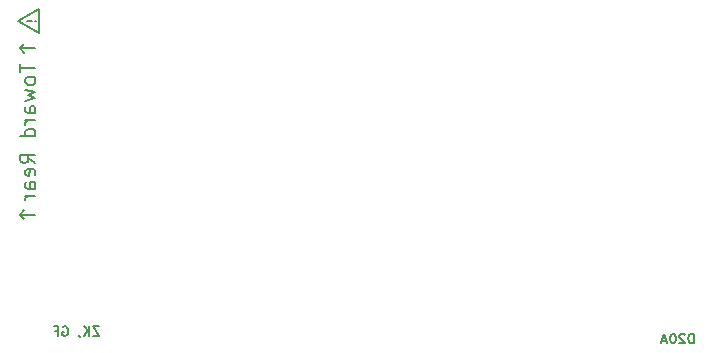
<source format=gbo>
G04 #@! TF.GenerationSoftware,KiCad,Pcbnew,(5.1.10-1-10_14)*
G04 #@! TF.CreationDate,2021-05-31T18:26:13-04:00*
G04 #@! TF.ProjectId,RAM2GS,52414d32-4753-42e6-9b69-6361645f7063,2.0*
G04 #@! TF.SameCoordinates,Original*
G04 #@! TF.FileFunction,Legend,Bot*
G04 #@! TF.FilePolarity,Positive*
%FSLAX46Y46*%
G04 Gerber Fmt 4.6, Leading zero omitted, Abs format (unit mm)*
G04 Created by KiCad (PCBNEW (5.1.10-1-10_14)) date 2021-05-31 18:26:13*
%MOMM*%
%LPD*%
G01*
G04 APERTURE LIST*
%ADD10C,0.203200*%
%ADD11C,0.200000*%
%ADD12C,0.190500*%
%ADD13C,0.100000*%
%ADD14C,1.448000*%
%ADD15C,2.524900*%
%ADD16C,1.140600*%
%ADD17C,2.150000*%
G04 APERTURE END LIST*
D10*
X104713314Y-130542695D02*
X104713314Y-129729895D01*
X104519790Y-129729895D01*
X104403676Y-129768600D01*
X104326266Y-129846009D01*
X104287561Y-129923419D01*
X104248857Y-130078238D01*
X104248857Y-130194352D01*
X104287561Y-130349171D01*
X104326266Y-130426580D01*
X104403676Y-130503990D01*
X104519790Y-130542695D01*
X104713314Y-130542695D01*
X103939219Y-129807304D02*
X103900514Y-129768600D01*
X103823104Y-129729895D01*
X103629580Y-129729895D01*
X103552171Y-129768600D01*
X103513466Y-129807304D01*
X103474761Y-129884714D01*
X103474761Y-129962123D01*
X103513466Y-130078238D01*
X103977923Y-130542695D01*
X103474761Y-130542695D01*
X102971600Y-129729895D02*
X102894190Y-129729895D01*
X102816780Y-129768600D01*
X102778076Y-129807304D01*
X102739371Y-129884714D01*
X102700666Y-130039533D01*
X102700666Y-130233057D01*
X102739371Y-130387876D01*
X102778076Y-130465285D01*
X102816780Y-130503990D01*
X102894190Y-130542695D01*
X102971600Y-130542695D01*
X103049009Y-130503990D01*
X103087714Y-130465285D01*
X103126419Y-130387876D01*
X103165123Y-130233057D01*
X103165123Y-130039533D01*
X103126419Y-129884714D01*
X103087714Y-129807304D01*
X103049009Y-129768600D01*
X102971600Y-129729895D01*
X102391028Y-130310466D02*
X102003980Y-130310466D01*
X102468438Y-130542695D02*
X102197504Y-129729895D01*
X101926571Y-130542695D01*
D11*
X47625000Y-119634000D02*
X48006000Y-119253000D01*
X47498000Y-103251000D02*
X49276000Y-102235000D01*
X49276000Y-102235000D02*
X49276000Y-104267000D01*
X47625000Y-105537000D02*
X48006000Y-105156000D01*
X48895000Y-105537000D02*
X47625000Y-105537000D01*
X47625000Y-119634000D02*
X48006000Y-120015000D01*
X48895000Y-119634000D02*
X47625000Y-119634000D01*
X47625000Y-105537000D02*
X48006000Y-105918000D01*
X49276000Y-104267000D02*
X47498000Y-103251000D01*
X47691523Y-106873523D02*
X47691523Y-107599238D01*
X48961523Y-107236380D02*
X47691523Y-107236380D01*
X48961523Y-108204000D02*
X48901047Y-108083047D01*
X48840571Y-108022571D01*
X48719619Y-107962095D01*
X48356761Y-107962095D01*
X48235809Y-108022571D01*
X48175333Y-108083047D01*
X48114857Y-108204000D01*
X48114857Y-108385428D01*
X48175333Y-108506380D01*
X48235809Y-108566857D01*
X48356761Y-108627333D01*
X48719619Y-108627333D01*
X48840571Y-108566857D01*
X48901047Y-108506380D01*
X48961523Y-108385428D01*
X48961523Y-108204000D01*
X48114857Y-109050666D02*
X48961523Y-109292571D01*
X48356761Y-109534476D01*
X48961523Y-109776380D01*
X48114857Y-110018285D01*
X48961523Y-111046380D02*
X48296285Y-111046380D01*
X48175333Y-110985904D01*
X48114857Y-110864952D01*
X48114857Y-110623047D01*
X48175333Y-110502095D01*
X48901047Y-111046380D02*
X48961523Y-110925428D01*
X48961523Y-110623047D01*
X48901047Y-110502095D01*
X48780095Y-110441619D01*
X48659142Y-110441619D01*
X48538190Y-110502095D01*
X48477714Y-110623047D01*
X48477714Y-110925428D01*
X48417238Y-111046380D01*
X48961523Y-111651142D02*
X48114857Y-111651142D01*
X48356761Y-111651142D02*
X48235809Y-111711619D01*
X48175333Y-111772095D01*
X48114857Y-111893047D01*
X48114857Y-112014000D01*
X48961523Y-112981619D02*
X47691523Y-112981619D01*
X48901047Y-112981619D02*
X48961523Y-112860666D01*
X48961523Y-112618761D01*
X48901047Y-112497809D01*
X48840571Y-112437333D01*
X48719619Y-112376857D01*
X48356761Y-112376857D01*
X48235809Y-112437333D01*
X48175333Y-112497809D01*
X48114857Y-112618761D01*
X48114857Y-112860666D01*
X48175333Y-112981619D01*
X48961523Y-115279714D02*
X48356761Y-114856380D01*
X48961523Y-114554000D02*
X47691523Y-114554000D01*
X47691523Y-115037809D01*
X47752000Y-115158761D01*
X47812476Y-115219238D01*
X47933428Y-115279714D01*
X48114857Y-115279714D01*
X48235809Y-115219238D01*
X48296285Y-115158761D01*
X48356761Y-115037809D01*
X48356761Y-114554000D01*
X48901047Y-116307809D02*
X48961523Y-116186857D01*
X48961523Y-115944952D01*
X48901047Y-115824000D01*
X48780095Y-115763523D01*
X48296285Y-115763523D01*
X48175333Y-115824000D01*
X48114857Y-115944952D01*
X48114857Y-116186857D01*
X48175333Y-116307809D01*
X48296285Y-116368285D01*
X48417238Y-116368285D01*
X48538190Y-115763523D01*
X48961523Y-117456857D02*
X48296285Y-117456857D01*
X48175333Y-117396380D01*
X48114857Y-117275428D01*
X48114857Y-117033523D01*
X48175333Y-116912571D01*
X48901047Y-117456857D02*
X48961523Y-117335904D01*
X48961523Y-117033523D01*
X48901047Y-116912571D01*
X48780095Y-116852095D01*
X48659142Y-116852095D01*
X48538190Y-116912571D01*
X48477714Y-117033523D01*
X48477714Y-117335904D01*
X48417238Y-117456857D01*
X48961523Y-118061619D02*
X48114857Y-118061619D01*
X48356761Y-118061619D02*
X48235809Y-118122095D01*
X48175333Y-118182571D01*
X48114857Y-118303523D01*
X48114857Y-118424476D01*
D12*
X48913142Y-103251000D02*
X48949428Y-103287285D01*
X48985714Y-103251000D01*
X48949428Y-103214714D01*
X48913142Y-103251000D01*
X48985714Y-103251000D01*
X48695428Y-103251000D02*
X48260000Y-103214714D01*
X48223714Y-103251000D01*
X48260000Y-103287285D01*
X48695428Y-103251000D01*
X48223714Y-103251000D01*
D10*
X54386238Y-129094895D02*
X53844371Y-129094895D01*
X54386238Y-129907695D01*
X53844371Y-129907695D01*
X53534733Y-129907695D02*
X53534733Y-129094895D01*
X53070276Y-129907695D02*
X53418619Y-129443238D01*
X53070276Y-129094895D02*
X53534733Y-129559352D01*
X52683228Y-129868990D02*
X52683228Y-129907695D01*
X52721933Y-129985104D01*
X52760638Y-130023809D01*
X51289857Y-129133600D02*
X51367266Y-129094895D01*
X51483380Y-129094895D01*
X51599495Y-129133600D01*
X51676904Y-129211009D01*
X51715609Y-129288419D01*
X51754314Y-129443238D01*
X51754314Y-129559352D01*
X51715609Y-129714171D01*
X51676904Y-129791580D01*
X51599495Y-129868990D01*
X51483380Y-129907695D01*
X51405971Y-129907695D01*
X51289857Y-129868990D01*
X51251152Y-129830285D01*
X51251152Y-129559352D01*
X51405971Y-129559352D01*
X50631876Y-129481942D02*
X50902809Y-129481942D01*
X50902809Y-129907695D02*
X50902809Y-129094895D01*
X50515761Y-129094895D01*
%LPC*%
D13*
G36*
X113538000Y-139446000D02*
G01*
X113030000Y-139954000D01*
X55626000Y-139954000D01*
X55118000Y-139446000D01*
X55118000Y-132080000D01*
X113538000Y-132080000D01*
X113538000Y-139446000D01*
G37*
D14*
X111506000Y-115189000D03*
G36*
G01*
X110161000Y-138608500D02*
X110161000Y-131955500D01*
G75*
G02*
X110579500Y-131537000I418500J0D01*
G01*
X111416500Y-131537000D01*
G75*
G02*
X111835000Y-131955500I0J-418500D01*
G01*
X111835000Y-138608500D01*
G75*
G02*
X111416500Y-139027000I-418500J0D01*
G01*
X110579500Y-139027000D01*
G75*
G02*
X110161000Y-138608500I0J418500D01*
G01*
G37*
G36*
G01*
X107621000Y-138608500D02*
X107621000Y-131955500D01*
G75*
G02*
X108039500Y-131537000I418500J0D01*
G01*
X108876500Y-131537000D01*
G75*
G02*
X109295000Y-131955500I0J-418500D01*
G01*
X109295000Y-138608500D01*
G75*
G02*
X108876500Y-139027000I-418500J0D01*
G01*
X108039500Y-139027000D01*
G75*
G02*
X107621000Y-138608500I0J418500D01*
G01*
G37*
G36*
G01*
X105081000Y-138608500D02*
X105081000Y-131955500D01*
G75*
G02*
X105499500Y-131537000I418500J0D01*
G01*
X106336500Y-131537000D01*
G75*
G02*
X106755000Y-131955500I0J-418500D01*
G01*
X106755000Y-138608500D01*
G75*
G02*
X106336500Y-139027000I-418500J0D01*
G01*
X105499500Y-139027000D01*
G75*
G02*
X105081000Y-138608500I0J418500D01*
G01*
G37*
G36*
G01*
X102541000Y-138608500D02*
X102541000Y-131955500D01*
G75*
G02*
X102959500Y-131537000I418500J0D01*
G01*
X103796500Y-131537000D01*
G75*
G02*
X104215000Y-131955500I0J-418500D01*
G01*
X104215000Y-138608500D01*
G75*
G02*
X103796500Y-139027000I-418500J0D01*
G01*
X102959500Y-139027000D01*
G75*
G02*
X102541000Y-138608500I0J418500D01*
G01*
G37*
G36*
G01*
X100001000Y-138608500D02*
X100001000Y-131955500D01*
G75*
G02*
X100419500Y-131537000I418500J0D01*
G01*
X101256500Y-131537000D01*
G75*
G02*
X101675000Y-131955500I0J-418500D01*
G01*
X101675000Y-138608500D01*
G75*
G02*
X101256500Y-139027000I-418500J0D01*
G01*
X100419500Y-139027000D01*
G75*
G02*
X100001000Y-138608500I0J418500D01*
G01*
G37*
G36*
G01*
X97461000Y-138608500D02*
X97461000Y-131955500D01*
G75*
G02*
X97879500Y-131537000I418500J0D01*
G01*
X98716500Y-131537000D01*
G75*
G02*
X99135000Y-131955500I0J-418500D01*
G01*
X99135000Y-138608500D01*
G75*
G02*
X98716500Y-139027000I-418500J0D01*
G01*
X97879500Y-139027000D01*
G75*
G02*
X97461000Y-138608500I0J418500D01*
G01*
G37*
G36*
G01*
X94921000Y-138608500D02*
X94921000Y-131955500D01*
G75*
G02*
X95339500Y-131537000I418500J0D01*
G01*
X96176500Y-131537000D01*
G75*
G02*
X96595000Y-131955500I0J-418500D01*
G01*
X96595000Y-138608500D01*
G75*
G02*
X96176500Y-139027000I-418500J0D01*
G01*
X95339500Y-139027000D01*
G75*
G02*
X94921000Y-138608500I0J418500D01*
G01*
G37*
G36*
G01*
X92381000Y-138608500D02*
X92381000Y-131955500D01*
G75*
G02*
X92799500Y-131537000I418500J0D01*
G01*
X93636500Y-131537000D01*
G75*
G02*
X94055000Y-131955500I0J-418500D01*
G01*
X94055000Y-138608500D01*
G75*
G02*
X93636500Y-139027000I-418500J0D01*
G01*
X92799500Y-139027000D01*
G75*
G02*
X92381000Y-138608500I0J418500D01*
G01*
G37*
G36*
G01*
X89841000Y-138608500D02*
X89841000Y-131955500D01*
G75*
G02*
X90259500Y-131537000I418500J0D01*
G01*
X91096500Y-131537000D01*
G75*
G02*
X91515000Y-131955500I0J-418500D01*
G01*
X91515000Y-138608500D01*
G75*
G02*
X91096500Y-139027000I-418500J0D01*
G01*
X90259500Y-139027000D01*
G75*
G02*
X89841000Y-138608500I0J418500D01*
G01*
G37*
G36*
G01*
X87301000Y-138608500D02*
X87301000Y-131955500D01*
G75*
G02*
X87719500Y-131537000I418500J0D01*
G01*
X88556500Y-131537000D01*
G75*
G02*
X88975000Y-131955500I0J-418500D01*
G01*
X88975000Y-138608500D01*
G75*
G02*
X88556500Y-139027000I-418500J0D01*
G01*
X87719500Y-139027000D01*
G75*
G02*
X87301000Y-138608500I0J418500D01*
G01*
G37*
G36*
G01*
X84761000Y-138608500D02*
X84761000Y-131955500D01*
G75*
G02*
X85179500Y-131537000I418500J0D01*
G01*
X86016500Y-131537000D01*
G75*
G02*
X86435000Y-131955500I0J-418500D01*
G01*
X86435000Y-138608500D01*
G75*
G02*
X86016500Y-139027000I-418500J0D01*
G01*
X85179500Y-139027000D01*
G75*
G02*
X84761000Y-138608500I0J418500D01*
G01*
G37*
G36*
G01*
X82221000Y-138608500D02*
X82221000Y-131955500D01*
G75*
G02*
X82639500Y-131537000I418500J0D01*
G01*
X83476500Y-131537000D01*
G75*
G02*
X83895000Y-131955500I0J-418500D01*
G01*
X83895000Y-138608500D01*
G75*
G02*
X83476500Y-139027000I-418500J0D01*
G01*
X82639500Y-139027000D01*
G75*
G02*
X82221000Y-138608500I0J418500D01*
G01*
G37*
G36*
G01*
X79681000Y-138608500D02*
X79681000Y-131955500D01*
G75*
G02*
X80099500Y-131537000I418500J0D01*
G01*
X80936500Y-131537000D01*
G75*
G02*
X81355000Y-131955500I0J-418500D01*
G01*
X81355000Y-138608500D01*
G75*
G02*
X80936500Y-139027000I-418500J0D01*
G01*
X80099500Y-139027000D01*
G75*
G02*
X79681000Y-138608500I0J418500D01*
G01*
G37*
G36*
G01*
X77141000Y-138608500D02*
X77141000Y-131955500D01*
G75*
G02*
X77559500Y-131537000I418500J0D01*
G01*
X78396500Y-131537000D01*
G75*
G02*
X78815000Y-131955500I0J-418500D01*
G01*
X78815000Y-138608500D01*
G75*
G02*
X78396500Y-139027000I-418500J0D01*
G01*
X77559500Y-139027000D01*
G75*
G02*
X77141000Y-138608500I0J418500D01*
G01*
G37*
G36*
G01*
X74601000Y-138608500D02*
X74601000Y-131955500D01*
G75*
G02*
X75019500Y-131537000I418500J0D01*
G01*
X75856500Y-131537000D01*
G75*
G02*
X76275000Y-131955500I0J-418500D01*
G01*
X76275000Y-138608500D01*
G75*
G02*
X75856500Y-139027000I-418500J0D01*
G01*
X75019500Y-139027000D01*
G75*
G02*
X74601000Y-138608500I0J418500D01*
G01*
G37*
G36*
G01*
X72061000Y-138608500D02*
X72061000Y-131955500D01*
G75*
G02*
X72479500Y-131537000I418500J0D01*
G01*
X73316500Y-131537000D01*
G75*
G02*
X73735000Y-131955500I0J-418500D01*
G01*
X73735000Y-138608500D01*
G75*
G02*
X73316500Y-139027000I-418500J0D01*
G01*
X72479500Y-139027000D01*
G75*
G02*
X72061000Y-138608500I0J418500D01*
G01*
G37*
G36*
G01*
X69521000Y-138608500D02*
X69521000Y-131955500D01*
G75*
G02*
X69939500Y-131537000I418500J0D01*
G01*
X70776500Y-131537000D01*
G75*
G02*
X71195000Y-131955500I0J-418500D01*
G01*
X71195000Y-138608500D01*
G75*
G02*
X70776500Y-139027000I-418500J0D01*
G01*
X69939500Y-139027000D01*
G75*
G02*
X69521000Y-138608500I0J418500D01*
G01*
G37*
G36*
G01*
X66981000Y-138608500D02*
X66981000Y-131955500D01*
G75*
G02*
X67399500Y-131537000I418500J0D01*
G01*
X68236500Y-131537000D01*
G75*
G02*
X68655000Y-131955500I0J-418500D01*
G01*
X68655000Y-138608500D01*
G75*
G02*
X68236500Y-139027000I-418500J0D01*
G01*
X67399500Y-139027000D01*
G75*
G02*
X66981000Y-138608500I0J418500D01*
G01*
G37*
G36*
G01*
X64441000Y-138608500D02*
X64441000Y-131955500D01*
G75*
G02*
X64859500Y-131537000I418500J0D01*
G01*
X65696500Y-131537000D01*
G75*
G02*
X66115000Y-131955500I0J-418500D01*
G01*
X66115000Y-138608500D01*
G75*
G02*
X65696500Y-139027000I-418500J0D01*
G01*
X64859500Y-139027000D01*
G75*
G02*
X64441000Y-138608500I0J418500D01*
G01*
G37*
G36*
G01*
X61901000Y-138608500D02*
X61901000Y-131955500D01*
G75*
G02*
X62319500Y-131537000I418500J0D01*
G01*
X63156500Y-131537000D01*
G75*
G02*
X63575000Y-131955500I0J-418500D01*
G01*
X63575000Y-138608500D01*
G75*
G02*
X63156500Y-139027000I-418500J0D01*
G01*
X62319500Y-139027000D01*
G75*
G02*
X61901000Y-138608500I0J418500D01*
G01*
G37*
G36*
G01*
X59361000Y-138608500D02*
X59361000Y-131955500D01*
G75*
G02*
X59779500Y-131537000I418500J0D01*
G01*
X60616500Y-131537000D01*
G75*
G02*
X61035000Y-131955500I0J-418500D01*
G01*
X61035000Y-138608500D01*
G75*
G02*
X60616500Y-139027000I-418500J0D01*
G01*
X59779500Y-139027000D01*
G75*
G02*
X59361000Y-138608500I0J418500D01*
G01*
G37*
G36*
G01*
X56821000Y-138608500D02*
X56821000Y-131955500D01*
G75*
G02*
X57239500Y-131537000I418500J0D01*
G01*
X58076500Y-131537000D01*
G75*
G02*
X58495000Y-131955500I0J-418500D01*
G01*
X58495000Y-138608500D01*
G75*
G02*
X58076500Y-139027000I-418500J0D01*
G01*
X57239500Y-139027000D01*
G75*
G02*
X56821000Y-138608500I0J418500D01*
G01*
G37*
D15*
X106617090Y-100965987D03*
X103024987Y-104558090D03*
X98983872Y-100516974D03*
X102575974Y-96924872D03*
D16*
X100779923Y-98720923D03*
X105449656Y-104827497D03*
X106886497Y-103390656D03*
D17*
X110998000Y-130175000D03*
D14*
X48514000Y-93726000D03*
X102870000Y-93726000D03*
X48514000Y-129540000D03*
M02*

</source>
